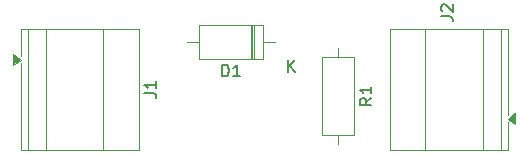
<source format=gbr>
%TF.GenerationSoftware,KiCad,Pcbnew,9.0.2*%
%TF.CreationDate,2025-06-05T16:57:29+05:30*%
%TF.ProjectId,Halfwave Rectifier,48616c66-7761-4766-9520-526563746966,rev?*%
%TF.SameCoordinates,Original*%
%TF.FileFunction,Legend,Top*%
%TF.FilePolarity,Positive*%
%FSLAX46Y46*%
G04 Gerber Fmt 4.6, Leading zero omitted, Abs format (unit mm)*
G04 Created by KiCad (PCBNEW 9.0.2) date 2025-06-05 16:57:29*
%MOMM*%
%LPD*%
G01*
G04 APERTURE LIST*
%ADD10C,0.150000*%
%ADD11C,0.120000*%
G04 APERTURE END LIST*
D10*
X223454819Y-145833333D02*
X224169104Y-145833333D01*
X224169104Y-145833333D02*
X224311961Y-145880952D01*
X224311961Y-145880952D02*
X224407200Y-145976190D01*
X224407200Y-145976190D02*
X224454819Y-146119047D01*
X224454819Y-146119047D02*
X224454819Y-146214285D01*
X223550057Y-145404761D02*
X223502438Y-145357142D01*
X223502438Y-145357142D02*
X223454819Y-145261904D01*
X223454819Y-145261904D02*
X223454819Y-145023809D01*
X223454819Y-145023809D02*
X223502438Y-144928571D01*
X223502438Y-144928571D02*
X223550057Y-144880952D01*
X223550057Y-144880952D02*
X223645295Y-144833333D01*
X223645295Y-144833333D02*
X223740533Y-144833333D01*
X223740533Y-144833333D02*
X223883390Y-144880952D01*
X223883390Y-144880952D02*
X224454819Y-145452380D01*
X224454819Y-145452380D02*
X224454819Y-144833333D01*
X198352319Y-152333333D02*
X199066604Y-152333333D01*
X199066604Y-152333333D02*
X199209461Y-152380952D01*
X199209461Y-152380952D02*
X199304700Y-152476190D01*
X199304700Y-152476190D02*
X199352319Y-152619047D01*
X199352319Y-152619047D02*
X199352319Y-152714285D01*
X199352319Y-151333333D02*
X199352319Y-151904761D01*
X199352319Y-151619047D02*
X198352319Y-151619047D01*
X198352319Y-151619047D02*
X198495176Y-151714285D01*
X198495176Y-151714285D02*
X198590414Y-151809523D01*
X198590414Y-151809523D02*
X198638033Y-151904761D01*
X204931905Y-150924819D02*
X204931905Y-149924819D01*
X204931905Y-149924819D02*
X205170000Y-149924819D01*
X205170000Y-149924819D02*
X205312857Y-149972438D01*
X205312857Y-149972438D02*
X205408095Y-150067676D01*
X205408095Y-150067676D02*
X205455714Y-150162914D01*
X205455714Y-150162914D02*
X205503333Y-150353390D01*
X205503333Y-150353390D02*
X205503333Y-150496247D01*
X205503333Y-150496247D02*
X205455714Y-150686723D01*
X205455714Y-150686723D02*
X205408095Y-150781961D01*
X205408095Y-150781961D02*
X205312857Y-150877200D01*
X205312857Y-150877200D02*
X205170000Y-150924819D01*
X205170000Y-150924819D02*
X204931905Y-150924819D01*
X206455714Y-150924819D02*
X205884286Y-150924819D01*
X206170000Y-150924819D02*
X206170000Y-149924819D01*
X206170000Y-149924819D02*
X206074762Y-150067676D01*
X206074762Y-150067676D02*
X205979524Y-150162914D01*
X205979524Y-150162914D02*
X205884286Y-150210533D01*
X210488095Y-150554819D02*
X210488095Y-149554819D01*
X211059523Y-150554819D02*
X210630952Y-149983390D01*
X211059523Y-149554819D02*
X210488095Y-150126247D01*
X217574819Y-152746666D02*
X217098628Y-153079999D01*
X217574819Y-153318094D02*
X216574819Y-153318094D01*
X216574819Y-153318094D02*
X216574819Y-152937142D01*
X216574819Y-152937142D02*
X216622438Y-152841904D01*
X216622438Y-152841904D02*
X216670057Y-152794285D01*
X216670057Y-152794285D02*
X216765295Y-152746666D01*
X216765295Y-152746666D02*
X216908152Y-152746666D01*
X216908152Y-152746666D02*
X217003390Y-152794285D01*
X217003390Y-152794285D02*
X217051009Y-152841904D01*
X217051009Y-152841904D02*
X217098628Y-152937142D01*
X217098628Y-152937142D02*
X217098628Y-153318094D01*
X217574819Y-151794285D02*
X217574819Y-152365713D01*
X217574819Y-152079999D02*
X216574819Y-152079999D01*
X216574819Y-152079999D02*
X216717676Y-152175237D01*
X216717676Y-152175237D02*
X216812914Y-152270475D01*
X216812914Y-152270475D02*
X216860533Y-152365713D01*
D11*
%TO.C,J2*%
X229752500Y-154940000D02*
X229142500Y-154500000D01*
X229752500Y-154060000D01*
X229752500Y-154940000D01*
G36*
X229752500Y-154940000D02*
G01*
X229142500Y-154500000D01*
X229752500Y-154060000D01*
X229752500Y-154940000D01*
G37*
X219102500Y-146880000D02*
X229142500Y-146880000D01*
X229142500Y-154200000D02*
X229142500Y-146880000D01*
X229142500Y-157120000D02*
X229142500Y-154800000D01*
X228522500Y-157120000D02*
X228522500Y-146880000D01*
X227022500Y-157120000D02*
X227022500Y-146880000D01*
X222122500Y-157120000D02*
X222122500Y-146880000D01*
X219102500Y-157120000D02*
X219102500Y-146880000D01*
X219102500Y-157120000D02*
X229142500Y-157120000D01*
%TO.C,J1*%
X187857500Y-149500000D02*
X187247500Y-149940000D01*
X187247500Y-149060000D01*
X187857500Y-149500000D01*
G36*
X187857500Y-149500000D02*
G01*
X187247500Y-149940000D01*
X187247500Y-149060000D01*
X187857500Y-149500000D01*
G37*
X197897500Y-157120000D02*
X187857500Y-157120000D01*
X187857500Y-149800000D02*
X187857500Y-157120000D01*
X187857500Y-146880000D02*
X187857500Y-149200000D01*
X188477500Y-146880000D02*
X188477500Y-157120000D01*
X189977500Y-146880000D02*
X189977500Y-157120000D01*
X194877500Y-146880000D02*
X194877500Y-157120000D01*
X197897500Y-146880000D02*
X197897500Y-157120000D01*
X197897500Y-146880000D02*
X187857500Y-146880000D01*
%TO.C,D1*%
X209410000Y-148000000D02*
X208390000Y-148000000D01*
X207610000Y-149470000D02*
X207610000Y-146530000D01*
X207490000Y-149470000D02*
X207490000Y-146530000D01*
X207370000Y-149470000D02*
X207370000Y-146530000D01*
X201930000Y-148000000D02*
X202950000Y-148000000D01*
X208390000Y-149470000D02*
X202950000Y-149470000D01*
X202950000Y-146530000D01*
X208390000Y-146530000D01*
X208390000Y-149470000D01*
%TO.C,R1*%
X214750000Y-148540000D02*
X214750000Y-149310000D01*
X214750000Y-156620000D02*
X214750000Y-155850000D01*
X216120000Y-149310000D02*
X213380000Y-149310000D01*
X213380000Y-155850000D01*
X216120000Y-155850000D01*
X216120000Y-149310000D01*
%TD*%
M02*

</source>
